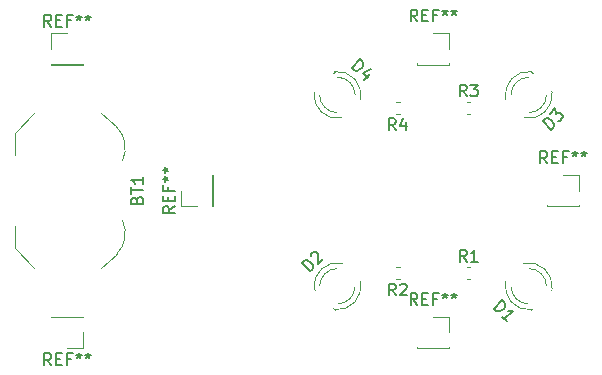
<source format=gto>
G04 #@! TF.GenerationSoftware,KiCad,Pcbnew,5.1.4*
G04 #@! TF.CreationDate,2019-09-18T22:14:05+02:00*
G04 #@! TF.ProjectId,crf_bokmassabot,6372665f-626f-46b6-9d61-737361626f74,rev?*
G04 #@! TF.SameCoordinates,Original*
G04 #@! TF.FileFunction,Legend,Top*
G04 #@! TF.FilePolarity,Positive*
%FSLAX46Y46*%
G04 Gerber Fmt 4.6, Leading zero omitted, Abs format (unit mm)*
G04 Created by KiCad (PCBNEW 5.1.4) date 2019-09-18 22:14:05*
%MOMM*%
%LPD*%
G04 APERTURE LIST*
%ADD10C,0.120000*%
%ADD11C,0.100000*%
%ADD12C,0.150000*%
G04 APERTURE END LIST*
D10*
X189670000Y-123330000D02*
X192330000Y-123330000D01*
X189670000Y-123210000D02*
X189670000Y-123330000D01*
X192330000Y-123210000D02*
X192330000Y-123330000D01*
X192330000Y-120670000D02*
X192330000Y-122000000D01*
X191000000Y-120670000D02*
X192330000Y-120670000D01*
X189670000Y-99330000D02*
X192330000Y-99330000D01*
X189670000Y-99210000D02*
X189670000Y-99330000D01*
X192330000Y-99210000D02*
X192330000Y-99330000D01*
X192330000Y-96670000D02*
X192330000Y-98000000D01*
X191000000Y-96670000D02*
X192330000Y-96670000D01*
X202000000Y-108670000D02*
X203330000Y-108670000D01*
X203330000Y-108670000D02*
X203330000Y-110000000D01*
X203330000Y-111210000D02*
X203330000Y-111330000D01*
X200670000Y-111210000D02*
X200670000Y-111330000D01*
X200670000Y-111330000D02*
X203330000Y-111330000D01*
X161330000Y-120670000D02*
X158670000Y-120670000D01*
X161330000Y-120730000D02*
X161330000Y-120670000D01*
X158670000Y-120730000D02*
X158670000Y-120670000D01*
X161330000Y-120730000D02*
X158670000Y-120730000D01*
X161330000Y-122000000D02*
X161330000Y-123330000D01*
X161330000Y-123330000D02*
X160000000Y-123330000D01*
X158670000Y-99330000D02*
X161330000Y-99330000D01*
X158670000Y-99270000D02*
X158670000Y-99330000D01*
X161330000Y-99270000D02*
X161330000Y-99330000D01*
X158670000Y-99270000D02*
X161330000Y-99270000D01*
X158670000Y-98000000D02*
X158670000Y-96670000D01*
X158670000Y-96670000D02*
X160000000Y-96670000D01*
X169670000Y-111330000D02*
X169670000Y-110000000D01*
X171000000Y-111330000D02*
X169670000Y-111330000D01*
X172270000Y-111330000D02*
X172270000Y-108670000D01*
X172270000Y-108670000D02*
X172330000Y-108670000D01*
X172270000Y-111330000D02*
X172330000Y-111330000D01*
X172330000Y-111330000D02*
X172330000Y-108670000D01*
D11*
X162850000Y-103450000D02*
X164200000Y-104600000D01*
X162850000Y-116550000D02*
X164200000Y-115400000D01*
X155600000Y-114900000D02*
X155600000Y-113000000D01*
X155600000Y-105100000D02*
X155600000Y-107000000D01*
X155600000Y-105100000D02*
X157250000Y-103450000D01*
X157250000Y-116550000D02*
X155600000Y-114900000D01*
X164696458Y-107498306D02*
G75*
G03X164200000Y-104600000I-2296458J1098306D01*
G01*
X164697607Y-112504098D02*
G75*
G02X164200000Y-115400000I-2297607J-1095902D01*
G01*
D10*
X197156762Y-117682146D02*
G75*
G03X199331419Y-120078703I1945212J-419828D01*
G01*
X198682146Y-116156762D02*
G75*
G02X201078703Y-118331419I419828J-1945212D01*
G01*
X197602224Y-118129345D02*
G75*
G03X199074370Y-119601720I1499750J27371D01*
G01*
X199129345Y-116602224D02*
G75*
G02X200601720Y-118074370I-27371J-1499750D01*
G01*
X199331077Y-120079045D02*
X199441386Y-119968736D01*
X200968736Y-118441386D02*
X201079045Y-118331077D01*
X182558614Y-119968736D02*
X182668923Y-120079045D01*
X180920955Y-118331077D02*
X181031264Y-118441386D01*
X184397776Y-118129345D02*
G75*
G02X182925630Y-119601720I-1499750J27371D01*
G01*
X182870655Y-116602224D02*
G75*
G03X181398280Y-118074370I27371J-1499750D01*
G01*
X184843238Y-117682146D02*
G75*
G02X182668581Y-120078703I-1945212J-419828D01*
G01*
X183317854Y-116156762D02*
G75*
G03X180921297Y-118331419I-419828J-1945212D01*
G01*
X198682146Y-103843238D02*
G75*
G03X201078703Y-101668581I419828J1945212D01*
G01*
X197156762Y-102317854D02*
G75*
G02X199331419Y-99921297I1945212J419828D01*
G01*
X199129345Y-103397776D02*
G75*
G03X200601720Y-101925630I-27371J1499750D01*
G01*
X197602224Y-101870655D02*
G75*
G02X199074370Y-100398280I1499750J-27371D01*
G01*
X201079045Y-101668923D02*
X200968736Y-101558614D01*
X199441386Y-100031264D02*
X199331077Y-99920955D01*
X181031264Y-101558614D02*
X180920955Y-101668923D01*
X182668923Y-99920955D02*
X182558614Y-100031264D01*
X182870655Y-103397776D02*
G75*
G02X181398280Y-101925630I27371J1499750D01*
G01*
X184397776Y-101870655D02*
G75*
G03X182925630Y-100398280I-1499750J-27371D01*
G01*
X183317854Y-103843238D02*
G75*
G02X180921297Y-101668581I-419828J1945212D01*
G01*
X184843238Y-102317854D02*
G75*
G03X182668581Y-99921297I-1945212J419828D01*
G01*
X193837221Y-116490000D02*
X194162779Y-116490000D01*
X193837221Y-117510000D02*
X194162779Y-117510000D01*
X188162779Y-116490000D02*
X187837221Y-116490000D01*
X188162779Y-117510000D02*
X187837221Y-117510000D01*
X193837221Y-102490000D02*
X194162779Y-102490000D01*
X193837221Y-103510000D02*
X194162779Y-103510000D01*
X188162779Y-102490000D02*
X187837221Y-102490000D01*
X188162779Y-103510000D02*
X187837221Y-103510000D01*
D12*
X189666666Y-119682380D02*
X189333333Y-119206190D01*
X189095238Y-119682380D02*
X189095238Y-118682380D01*
X189476190Y-118682380D01*
X189571428Y-118730000D01*
X189619047Y-118777619D01*
X189666666Y-118872857D01*
X189666666Y-119015714D01*
X189619047Y-119110952D01*
X189571428Y-119158571D01*
X189476190Y-119206190D01*
X189095238Y-119206190D01*
X190095238Y-119158571D02*
X190428571Y-119158571D01*
X190571428Y-119682380D02*
X190095238Y-119682380D01*
X190095238Y-118682380D01*
X190571428Y-118682380D01*
X191333333Y-119158571D02*
X191000000Y-119158571D01*
X191000000Y-119682380D02*
X191000000Y-118682380D01*
X191476190Y-118682380D01*
X192000000Y-118682380D02*
X192000000Y-118920476D01*
X191761904Y-118825238D02*
X192000000Y-118920476D01*
X192238095Y-118825238D01*
X191857142Y-119110952D02*
X192000000Y-118920476D01*
X192142857Y-119110952D01*
X192761904Y-118682380D02*
X192761904Y-118920476D01*
X192523809Y-118825238D02*
X192761904Y-118920476D01*
X193000000Y-118825238D01*
X192619047Y-119110952D02*
X192761904Y-118920476D01*
X192904761Y-119110952D01*
X189666666Y-95682380D02*
X189333333Y-95206190D01*
X189095238Y-95682380D02*
X189095238Y-94682380D01*
X189476190Y-94682380D01*
X189571428Y-94730000D01*
X189619047Y-94777619D01*
X189666666Y-94872857D01*
X189666666Y-95015714D01*
X189619047Y-95110952D01*
X189571428Y-95158571D01*
X189476190Y-95206190D01*
X189095238Y-95206190D01*
X190095238Y-95158571D02*
X190428571Y-95158571D01*
X190571428Y-95682380D02*
X190095238Y-95682380D01*
X190095238Y-94682380D01*
X190571428Y-94682380D01*
X191333333Y-95158571D02*
X191000000Y-95158571D01*
X191000000Y-95682380D02*
X191000000Y-94682380D01*
X191476190Y-94682380D01*
X192000000Y-94682380D02*
X192000000Y-94920476D01*
X191761904Y-94825238D02*
X192000000Y-94920476D01*
X192238095Y-94825238D01*
X191857142Y-95110952D02*
X192000000Y-94920476D01*
X192142857Y-95110952D01*
X192761904Y-94682380D02*
X192761904Y-94920476D01*
X192523809Y-94825238D02*
X192761904Y-94920476D01*
X193000000Y-94825238D01*
X192619047Y-95110952D02*
X192761904Y-94920476D01*
X192904761Y-95110952D01*
X200666666Y-107682380D02*
X200333333Y-107206190D01*
X200095238Y-107682380D02*
X200095238Y-106682380D01*
X200476190Y-106682380D01*
X200571428Y-106730000D01*
X200619047Y-106777619D01*
X200666666Y-106872857D01*
X200666666Y-107015714D01*
X200619047Y-107110952D01*
X200571428Y-107158571D01*
X200476190Y-107206190D01*
X200095238Y-107206190D01*
X201095238Y-107158571D02*
X201428571Y-107158571D01*
X201571428Y-107682380D02*
X201095238Y-107682380D01*
X201095238Y-106682380D01*
X201571428Y-106682380D01*
X202333333Y-107158571D02*
X202000000Y-107158571D01*
X202000000Y-107682380D02*
X202000000Y-106682380D01*
X202476190Y-106682380D01*
X203000000Y-106682380D02*
X203000000Y-106920476D01*
X202761904Y-106825238D02*
X203000000Y-106920476D01*
X203238095Y-106825238D01*
X202857142Y-107110952D02*
X203000000Y-106920476D01*
X203142857Y-107110952D01*
X203761904Y-106682380D02*
X203761904Y-106920476D01*
X203523809Y-106825238D02*
X203761904Y-106920476D01*
X204000000Y-106825238D01*
X203619047Y-107110952D02*
X203761904Y-106920476D01*
X203904761Y-107110952D01*
X158666666Y-124782380D02*
X158333333Y-124306190D01*
X158095238Y-124782380D02*
X158095238Y-123782380D01*
X158476190Y-123782380D01*
X158571428Y-123830000D01*
X158619047Y-123877619D01*
X158666666Y-123972857D01*
X158666666Y-124115714D01*
X158619047Y-124210952D01*
X158571428Y-124258571D01*
X158476190Y-124306190D01*
X158095238Y-124306190D01*
X159095238Y-124258571D02*
X159428571Y-124258571D01*
X159571428Y-124782380D02*
X159095238Y-124782380D01*
X159095238Y-123782380D01*
X159571428Y-123782380D01*
X160333333Y-124258571D02*
X160000000Y-124258571D01*
X160000000Y-124782380D02*
X160000000Y-123782380D01*
X160476190Y-123782380D01*
X161000000Y-123782380D02*
X161000000Y-124020476D01*
X160761904Y-123925238D02*
X161000000Y-124020476D01*
X161238095Y-123925238D01*
X160857142Y-124210952D02*
X161000000Y-124020476D01*
X161142857Y-124210952D01*
X161761904Y-123782380D02*
X161761904Y-124020476D01*
X161523809Y-123925238D02*
X161761904Y-124020476D01*
X162000000Y-123925238D01*
X161619047Y-124210952D02*
X161761904Y-124020476D01*
X161904761Y-124210952D01*
X158666666Y-96122380D02*
X158333333Y-95646190D01*
X158095238Y-96122380D02*
X158095238Y-95122380D01*
X158476190Y-95122380D01*
X158571428Y-95170000D01*
X158619047Y-95217619D01*
X158666666Y-95312857D01*
X158666666Y-95455714D01*
X158619047Y-95550952D01*
X158571428Y-95598571D01*
X158476190Y-95646190D01*
X158095238Y-95646190D01*
X159095238Y-95598571D02*
X159428571Y-95598571D01*
X159571428Y-96122380D02*
X159095238Y-96122380D01*
X159095238Y-95122380D01*
X159571428Y-95122380D01*
X160333333Y-95598571D02*
X160000000Y-95598571D01*
X160000000Y-96122380D02*
X160000000Y-95122380D01*
X160476190Y-95122380D01*
X161000000Y-95122380D02*
X161000000Y-95360476D01*
X160761904Y-95265238D02*
X161000000Y-95360476D01*
X161238095Y-95265238D01*
X160857142Y-95550952D02*
X161000000Y-95360476D01*
X161142857Y-95550952D01*
X161761904Y-95122380D02*
X161761904Y-95360476D01*
X161523809Y-95265238D02*
X161761904Y-95360476D01*
X162000000Y-95265238D01*
X161619047Y-95550952D02*
X161761904Y-95360476D01*
X161904761Y-95550952D01*
X169122380Y-111333333D02*
X168646190Y-111666666D01*
X169122380Y-111904761D02*
X168122380Y-111904761D01*
X168122380Y-111523809D01*
X168170000Y-111428571D01*
X168217619Y-111380952D01*
X168312857Y-111333333D01*
X168455714Y-111333333D01*
X168550952Y-111380952D01*
X168598571Y-111428571D01*
X168646190Y-111523809D01*
X168646190Y-111904761D01*
X168598571Y-110904761D02*
X168598571Y-110571428D01*
X169122380Y-110428571D02*
X169122380Y-110904761D01*
X168122380Y-110904761D01*
X168122380Y-110428571D01*
X168598571Y-109666666D02*
X168598571Y-110000000D01*
X169122380Y-110000000D02*
X168122380Y-110000000D01*
X168122380Y-109523809D01*
X168122380Y-109000000D02*
X168360476Y-109000000D01*
X168265238Y-109238095D02*
X168360476Y-109000000D01*
X168265238Y-108761904D01*
X168550952Y-109142857D02*
X168360476Y-109000000D01*
X168550952Y-108857142D01*
X168122380Y-108238095D02*
X168360476Y-108238095D01*
X168265238Y-108476190D02*
X168360476Y-108238095D01*
X168265238Y-108000000D01*
X168550952Y-108380952D02*
X168360476Y-108238095D01*
X168550952Y-108095238D01*
X165928571Y-110785714D02*
X165976190Y-110642857D01*
X166023809Y-110595238D01*
X166119047Y-110547619D01*
X166261904Y-110547619D01*
X166357142Y-110595238D01*
X166404761Y-110642857D01*
X166452380Y-110738095D01*
X166452380Y-111119047D01*
X165452380Y-111119047D01*
X165452380Y-110785714D01*
X165500000Y-110690476D01*
X165547619Y-110642857D01*
X165642857Y-110595238D01*
X165738095Y-110595238D01*
X165833333Y-110642857D01*
X165880952Y-110690476D01*
X165928571Y-110785714D01*
X165928571Y-111119047D01*
X165452380Y-110261904D02*
X165452380Y-109690476D01*
X166452380Y-109976190D02*
X165452380Y-109976190D01*
X166452380Y-108833333D02*
X166452380Y-109404761D01*
X166452380Y-109119047D02*
X165452380Y-109119047D01*
X165595238Y-109214285D01*
X165690476Y-109309523D01*
X165738095Y-109404761D01*
X196167144Y-119992979D02*
X196874250Y-119285872D01*
X197042609Y-119454231D01*
X197109953Y-119588918D01*
X197109953Y-119723605D01*
X197076281Y-119824620D01*
X196975266Y-119992979D01*
X196874250Y-120093994D01*
X196705892Y-120195010D01*
X196604876Y-120228681D01*
X196470189Y-120228681D01*
X196335502Y-120161338D01*
X196167144Y-119992979D01*
X197244640Y-121070475D02*
X196840579Y-120666414D01*
X197042609Y-120868445D02*
X197749716Y-120161338D01*
X197581357Y-120195010D01*
X197446670Y-120195010D01*
X197345655Y-120161338D01*
X180602959Y-116850731D02*
X179895852Y-116143625D01*
X180064211Y-115975266D01*
X180198898Y-115907922D01*
X180333585Y-115907922D01*
X180434600Y-115941594D01*
X180602959Y-116042609D01*
X180703974Y-116143625D01*
X180804990Y-116311983D01*
X180838661Y-116412999D01*
X180838661Y-116547686D01*
X180771318Y-116682373D01*
X180602959Y-116850731D01*
X180636631Y-115537533D02*
X180636631Y-115470189D01*
X180670302Y-115369174D01*
X180838661Y-115200815D01*
X180939677Y-115167144D01*
X181007020Y-115167144D01*
X181108035Y-115200815D01*
X181175379Y-115268159D01*
X181242722Y-115402846D01*
X181242722Y-116210968D01*
X181680455Y-115773235D01*
X200992979Y-104832855D02*
X200285872Y-104125749D01*
X200454231Y-103957390D01*
X200588918Y-103890046D01*
X200723605Y-103890046D01*
X200824620Y-103923718D01*
X200992979Y-104024733D01*
X201093994Y-104125749D01*
X201195010Y-104294107D01*
X201228681Y-104395123D01*
X201228681Y-104529810D01*
X201161338Y-104664497D01*
X200992979Y-104832855D01*
X200925635Y-103485985D02*
X201363368Y-103048252D01*
X201397040Y-103553329D01*
X201498055Y-103452313D01*
X201599071Y-103418642D01*
X201666414Y-103418642D01*
X201767429Y-103452313D01*
X201935788Y-103620672D01*
X201969460Y-103721687D01*
X201969460Y-103789031D01*
X201935788Y-103890046D01*
X201733758Y-104092077D01*
X201632742Y-104125749D01*
X201565399Y-104125749D01*
X184149268Y-99602959D02*
X184856374Y-98895852D01*
X185024733Y-99064211D01*
X185092077Y-99198898D01*
X185092077Y-99333585D01*
X185058405Y-99434600D01*
X184957390Y-99602959D01*
X184856374Y-99703974D01*
X184688016Y-99804990D01*
X184587000Y-99838661D01*
X184452313Y-99838661D01*
X184317626Y-99771318D01*
X184149268Y-99602959D01*
X185630825Y-100141707D02*
X185159420Y-100613112D01*
X185731840Y-99703974D02*
X185058405Y-100040692D01*
X185496138Y-100478425D01*
X193833333Y-116022380D02*
X193500000Y-115546190D01*
X193261904Y-116022380D02*
X193261904Y-115022380D01*
X193642857Y-115022380D01*
X193738095Y-115070000D01*
X193785714Y-115117619D01*
X193833333Y-115212857D01*
X193833333Y-115355714D01*
X193785714Y-115450952D01*
X193738095Y-115498571D01*
X193642857Y-115546190D01*
X193261904Y-115546190D01*
X194785714Y-116022380D02*
X194214285Y-116022380D01*
X194500000Y-116022380D02*
X194500000Y-115022380D01*
X194404761Y-115165238D01*
X194309523Y-115260476D01*
X194214285Y-115308095D01*
X187833333Y-118882380D02*
X187500000Y-118406190D01*
X187261904Y-118882380D02*
X187261904Y-117882380D01*
X187642857Y-117882380D01*
X187738095Y-117930000D01*
X187785714Y-117977619D01*
X187833333Y-118072857D01*
X187833333Y-118215714D01*
X187785714Y-118310952D01*
X187738095Y-118358571D01*
X187642857Y-118406190D01*
X187261904Y-118406190D01*
X188214285Y-117977619D02*
X188261904Y-117930000D01*
X188357142Y-117882380D01*
X188595238Y-117882380D01*
X188690476Y-117930000D01*
X188738095Y-117977619D01*
X188785714Y-118072857D01*
X188785714Y-118168095D01*
X188738095Y-118310952D01*
X188166666Y-118882380D01*
X188785714Y-118882380D01*
X193833333Y-102022380D02*
X193500000Y-101546190D01*
X193261904Y-102022380D02*
X193261904Y-101022380D01*
X193642857Y-101022380D01*
X193738095Y-101070000D01*
X193785714Y-101117619D01*
X193833333Y-101212857D01*
X193833333Y-101355714D01*
X193785714Y-101450952D01*
X193738095Y-101498571D01*
X193642857Y-101546190D01*
X193261904Y-101546190D01*
X194166666Y-101022380D02*
X194785714Y-101022380D01*
X194452380Y-101403333D01*
X194595238Y-101403333D01*
X194690476Y-101450952D01*
X194738095Y-101498571D01*
X194785714Y-101593809D01*
X194785714Y-101831904D01*
X194738095Y-101927142D01*
X194690476Y-101974761D01*
X194595238Y-102022380D01*
X194309523Y-102022380D01*
X194214285Y-101974761D01*
X194166666Y-101927142D01*
X187833333Y-104882380D02*
X187500000Y-104406190D01*
X187261904Y-104882380D02*
X187261904Y-103882380D01*
X187642857Y-103882380D01*
X187738095Y-103930000D01*
X187785714Y-103977619D01*
X187833333Y-104072857D01*
X187833333Y-104215714D01*
X187785714Y-104310952D01*
X187738095Y-104358571D01*
X187642857Y-104406190D01*
X187261904Y-104406190D01*
X188690476Y-104215714D02*
X188690476Y-104882380D01*
X188452380Y-103834761D02*
X188214285Y-104549047D01*
X188833333Y-104549047D01*
M02*

</source>
